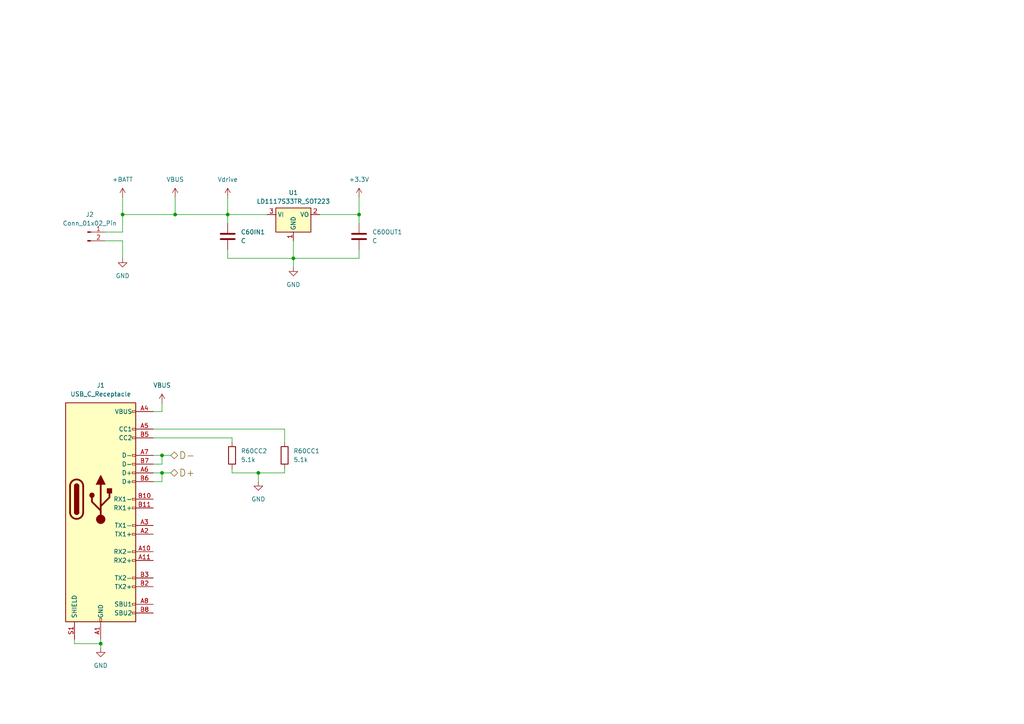
<source format=kicad_sch>
(kicad_sch (version 20230121) (generator eeschema)
  (paper "A4")
  (lib_symbols
    (symbol "Connector:Conn_01x02_Pin" (pin_names (offset 1.016) hide)
      (property "Reference" "J" (at 0 2.54 0))
      (property "Value" "Conn_01x02_Pin" (at 0 -5.08 0))
      (symbol "Conn_01x02_Pin_1_1"
        (polyline (pts (xy 1.27 -2.54) (xy 0.8636 -2.54)) (stroke (width 0.1524)))
        (polyline (pts (xy 1.27 0) (xy 0.8636 0)) (stroke (width 0.1524)))
        (rectangle (start 0.8636 -2.413) (end 0 -2.667) (stroke (width 0.1524)) (fill (type outline)))
        (rectangle (start 0.8636 0.127) (end 0 -0.127) (stroke (width 0.1524)) (fill (type outline)))
        (pin passive line (at 5.08 0 180) (length 3.81) (name "Pin_1") (number "1"))
        (pin passive line (at 5.08 -2.54 180) (length 3.81) (name "Pin_2") (number "2"))
      )
    )
    (symbol "Connector:USB_C_Receptacle" (pin_names (offset 1.016))
      (property "Reference" "J" (at -10.16 29.21 0))
      (property "Value" "USB_C_Receptacle" (at 10.16 29.21 0))
      (symbol "USB_C_Receptacle_0_0"
        (rectangle (start -0.254 -35.56) (end 0.254 -34.544))
        (rectangle (start 10.16 -32.766) (end 9.144 -33.274))
        (rectangle (start 10.16 -30.226) (end 9.144 -30.734))
        (rectangle (start 10.16 -25.146) (end 9.144 -25.654))
        (rectangle (start 10.16 -22.606) (end 9.144 -23.114))
        (rectangle (start 10.16 -17.526) (end 9.144 -18.034))
        (rectangle (start 10.16 -14.986) (end 9.144 -15.494))
        (rectangle (start 10.16 -9.906) (end 9.144 -10.414))
        (rectangle (start 10.16 -7.366) (end 9.144 -7.874))
        (rectangle (start 10.16 -2.286) (end 9.144 -2.794))
        (rectangle (start 10.16 0.254) (end 9.144 -0.254))
        (rectangle (start 10.16 5.334) (end 9.144 4.826))
        (rectangle (start 10.16 7.874) (end 9.144 7.366))
        (rectangle (start 10.16 10.414) (end 9.144 9.906))
        (rectangle (start 10.16 12.954) (end 9.144 12.446))
        (rectangle (start 10.16 18.034) (end 9.144 17.526))
        (rectangle (start 10.16 20.574) (end 9.144 20.066))
        (rectangle (start 10.16 25.654) (end 9.144 25.146))
      )
      (symbol "USB_C_Receptacle_0_1"
        (rectangle (start -10.16 27.94) (end 10.16 -35.56) (stroke (width 0.254)) (fill (type background)))
        (arc (start -8.89 -3.81) (mid -6.985 -5.7067) (end -5.08 -3.81) (stroke (width 0.508)))
        (arc (start -7.62 -3.81) (mid -6.985 -4.4423) (end -6.35 -3.81) (stroke (width 0.254)))
        (arc (start -7.62 -3.81) (mid -6.985 -4.4423) (end -6.35 -3.81) (stroke (width 0.254)) (fill (type outline)))
        (rectangle (start -7.62 -3.81) (end -6.35 3.81) (stroke (width 0.254)) (fill (type outline)))
        (arc (start -6.35 3.81) (mid -6.985 4.4423) (end -7.62 3.81) (stroke (width 0.254)))
        (arc (start -6.35 3.81) (mid -6.985 4.4423) (end -7.62 3.81) (stroke (width 0.254)) (fill (type outline)))
        (arc (start -5.08 3.81) (mid -6.985 5.7067) (end -8.89 3.81) (stroke (width 0.508)))
        (polyline (pts (xy -8.89 -3.81) (xy -8.89 3.81)) (stroke (width 0.508)))
        (polyline (pts (xy -5.08 3.81) (xy -5.08 -3.81)) (stroke (width 0.508)))
      )
      (symbol "USB_C_Receptacle_1_1"
        (circle (center -2.54 1.143) (radius 0.635) (stroke (width 0.254)) (fill (type outline)))
        (circle (center 0 -5.842) (radius 1.27) (fill (type outline)))
        (polyline (pts (xy 0 -5.842) (xy 0 4.318)) (stroke (width 0.508)))
        (polyline (pts (xy 0 -3.302) (xy -2.54 -0.762) (xy -2.54 0.508)) (stroke (width 0.508)))
        (polyline (pts (xy 0 -2.032) (xy 2.54 0.508) (xy 2.54 1.778)) (stroke (width 0.508)))
        (polyline (pts (xy -1.27 4.318) (xy 0 6.858) (xy 1.27 4.318) (xy -1.27 4.318)) (stroke (width 0.254)) (fill (type outline)))
        (rectangle (start 1.905 1.778) (end 3.175 3.048) (stroke (width 0.254)) (fill (type outline)))
        (pin passive line (at 0 -40.64 90) (length 5.08) (name "GND") (number "A1"))
        (pin bidirectional line (at 15.24 -15.24 180) (length 5.08) (name "RX2-") (number "A10"))
        (pin bidirectional line (at 15.24 -17.78 180) (length 5.08) (name "RX2+") (number "A11"))
        (pin passive line (at 0 -40.64 90) (length 5.08) hide (name "GND") (number "A12"))
        (pin bidirectional line (at 15.24 -10.16 180) (length 5.08) (name "TX1+") (number "A2"))
        (pin bidirectional line (at 15.24 -7.62 180) (length 5.08) (name "TX1-") (number "A3"))
        (pin passive line (at 15.24 25.4 180) (length 5.08) (name "VBUS") (number "A4"))
        (pin bidirectional line (at 15.24 20.32 180) (length 5.08) (name "CC1") (number "A5"))
        (pin bidirectional line (at 15.24 7.62 180) (length 5.08) (name "D+") (number "A6"))
        (pin bidirectional line (at 15.24 12.7 180) (length 5.08) (name "D-") (number "A7"))
        (pin bidirectional line (at 15.24 -30.48 180) (length 5.08) (name "SBU1") (number "A8"))
        (pin passive line (at 15.24 25.4 180) (length 5.08) hide (name "VBUS") (number "A9"))
        (pin passive line (at 0 -40.64 90) (length 5.08) hide (name "GND") (number "B1"))
        (pin bidirectional line (at 15.24 0 180) (length 5.08) (name "RX1-") (number "B10"))
        (pin bidirectional line (at 15.24 -2.54 180) (length 5.08) (name "RX1+") (number "B11"))
        (pin passive line (at 0 -40.64 90) (length 5.08) hide (name "GND") (number "B12"))
        (pin bidirectional line (at 15.24 -25.4 180) (length 5.08) (name "TX2+") (number "B2"))
        (pin bidirectional line (at 15.24 -22.86 180) (length 5.08) (name "TX2-") (number "B3"))
        (pin passive line (at 15.24 25.4 180) (length 5.08) hide (name "VBUS") (number "B4"))
        (pin bidirectional line (at 15.24 17.78 180) (length 5.08) (name "CC2") (number "B5"))
        (pin bidirectional line (at 15.24 5.08 180) (length 5.08) (name "D+") (number "B6"))
        (pin bidirectional line (at 15.24 10.16 180) (length 5.08) (name "D-") (number "B7"))
        (pin bidirectional line (at 15.24 -33.02 180) (length 5.08) (name "SBU2") (number "B8"))
        (pin passive line (at 15.24 25.4 180) (length 5.08) hide (name "VBUS") (number "B9"))
        (pin passive line (at -7.62 -40.64 90) (length 5.08) (name "SHIELD") (number "S1"))
      )
    )
    (symbol "Device:C" (pin_numbers hide) (pin_names (offset 0.254))
      (property "Reference" "C" (at 0.635 2.54 0))
      (property "Value" "C" (at 0.635 -2.54 0))
      (symbol "C_0_1"
        (polyline (pts (xy -2.032 -0.762) (xy 2.032 -0.762)) (stroke (width 0.508)))
        (polyline (pts (xy -2.032 0.762) (xy 2.032 0.762)) (stroke (width 0.508)))
      )
      (symbol "C_1_1"
        (pin passive line (at 0 3.81 270) (length 2.794) (name "~") (number "1"))
        (pin passive line (at 0 -3.81 90) (length 2.794) (name "~") (number "2"))
      )
    )
    (symbol "Device:R" (pin_numbers hide) (pin_names (offset 0))
      (property "Reference" "R" (at 2.032 0 90))
      (property "Value" "R" (at 0 0 90))
      (symbol "R_0_1"
        (rectangle (start -1.016 -2.54) (end 1.016 2.54) (stroke (width 0.254)))
      )
      (symbol "R_1_1"
        (pin passive line (at 0 3.81 270) (length 1.27) (name "~") (number "1"))
        (pin passive line (at 0 -3.81 90) (length 1.27) (name "~") (number "2"))
      )
    )
    (symbol "Regulator_Linear:LD1117S33TR_SOT223"
      (property "Reference" "U" (at -3.81 3.175 0))
      (property "Value" "LD1117S33TR_SOT223" (at 0 3.175 0))
      (symbol "LD1117S33TR_SOT223_0_1"
        (rectangle (start -5.08 -5.08) (end 5.08 1.905) (stroke (width 0.254)) (fill (type background)))
      )
      (symbol "LD1117S33TR_SOT223_1_1"
        (pin power_in line (at 0 -7.62 90) (length 2.54) (name "GND") (number "1"))
        (pin power_out line (at 7.62 0 180) (length 2.54) (name "VO") (number "2"))
        (pin power_in line (at -7.62 0 0) (length 2.54) (name "VI") (number "3"))
      )
    )
    (symbol "power:+3.3V" (power) (pin_names (offset 0))
      (property "Value" "+3.3V" (at 0 3.556 0))
      (symbol "+3.3V_0_1"
        (polyline (pts (xy -0.762 1.27) (xy 0 2.54)))
        (polyline (pts (xy 0 0) (xy 0 2.54)))
        (polyline (pts (xy 0 2.54) (xy 0.762 1.27)))
      )
      (symbol "+3.3V_1_1"
        (pin power_in line (at 0 0 90) (length 0) hide (name "+3.3V") (number "1"))
      )
    )
    (symbol "power:+BATT" (power) (pin_names (offset 0))
      (property "Value" "+BATT" (at 0 3.556 0))
      (symbol "+BATT_0_1"
        (polyline (pts (xy -0.762 1.27) (xy 0 2.54)))
        (polyline (pts (xy 0 0) (xy 0 2.54)))
        (polyline (pts (xy 0 2.54) (xy 0.762 1.27)))
      )
      (symbol "+BATT_1_1"
        (pin power_in line (at 0 0 90) (length 0) hide (name "+BATT") (number "1"))
      )
    )
    (symbol "power:GND" (power) (pin_names (offset 0))
      (property "Value" "GND" (at 0 -3.81 0))
      (symbol "GND_0_1"
        (polyline (pts (xy 0 0) (xy 0 -1.27) (xy 1.27 -1.27) (xy 0 -2.54) (xy -1.27 -1.27) (xy 0 -1.27)))
      )
      (symbol "GND_1_1"
        (pin power_in line (at 0 0 270) (length 0) hide (name "GND") (number "1"))
      )
    )
    (symbol "power:VBUS" (power) (pin_names (offset 0))
      (property "Value" "VBUS" (at 0 3.81 0))
      (symbol "VBUS_0_1"
        (polyline (pts (xy -0.762 1.27) (xy 0 2.54)))
        (polyline (pts (xy 0 0) (xy 0 2.54)))
        (polyline (pts (xy 0 2.54) (xy 0.762 1.27)))
      )
      (symbol "VBUS_1_1"
        (pin power_in line (at 0 0 90) (length 0) hide (name "VBUS") (number "1"))
      )
    )
    (symbol "power:Vdrive" (power) (pin_names (offset 0))
      (property "Value" "Vdrive" (at 0 3.81 0))
      (symbol "Vdrive_0_1"
        (polyline (pts (xy -0.762 1.27) (xy 0 2.54)))
        (polyline (pts (xy 0 0) (xy 0 2.54)))
        (polyline (pts (xy 0 2.54) (xy 0.762 1.27)))
      )
      (symbol "Vdrive_1_1"
        (pin power_in line (at 0 0 90) (length 0) hide (name "Vdrive") (number "1"))
      )
    )
  )
  (junction (at 104.14 62.23))
  (junction (at 74.93 137.16))
  (junction (at 85.09 74.93))
  (junction (at 66.04 62.23))
  (junction (at 29.21 186.69))
  (junction (at 46.99 132.08))
  (junction (at 46.99 137.16))
  (junction (at 50.8 62.23))
  (junction (at 35.56 62.23))
  (wire (pts (xy 66.04 72.39) (xy 66.04 74.93)))
  (wire (pts (xy 74.93 137.16) (xy 74.93 139.7)))
  (wire (pts (xy 44.45 139.7) (xy 46.99 139.7)))
  (wire (pts (xy 104.14 62.23) (xy 104.14 57.15)))
  (wire (pts (xy 67.31 127) (xy 44.45 127)))
  (wire (pts (xy 46.99 119.38) (xy 46.99 116.84)))
  (wire (pts (xy 67.31 135.89) (xy 67.31 137.16)))
  (wire (pts (xy 82.55 135.89) (xy 82.55 137.16)))
  (wire (pts (xy 30.48 69.85) (xy 35.56 69.85)))
  (wire (pts (xy 74.93 137.16) (xy 82.55 137.16)))
  (wire (pts (xy 82.55 124.46) (xy 82.55 128.27)))
  (wire (pts (xy 44.45 119.38) (xy 46.99 119.38)))
  (wire (pts (xy 67.31 137.16) (xy 74.93 137.16)))
  (wire (pts (xy 30.48 67.31) (xy 35.56 67.31)))
  (wire (pts (xy 46.99 132.08) (xy 46.99 134.62)))
  (wire (pts (xy 66.04 62.23) (xy 77.47 62.23)))
  (wire (pts (xy 66.04 62.23) (xy 66.04 64.77)))
  (wire (pts (xy 35.56 62.23) (xy 35.56 57.15)))
  (wire (pts (xy 104.14 62.23) (xy 104.14 64.77)))
  (wire (pts (xy 104.14 74.93) (xy 85.09 74.93)))
  (wire (pts (xy 50.8 57.15) (xy 50.8 62.23)))
  (wire (pts (xy 35.56 62.23) (xy 50.8 62.23)))
  (wire (pts (xy 104.14 72.39) (xy 104.14 74.93)))
  (wire (pts (xy 44.45 124.46) (xy 82.55 124.46)))
  (wire (pts (xy 44.45 132.08) (xy 46.99 132.08)))
  (wire (pts (xy 29.21 185.42) (xy 29.21 186.69)))
  (wire (pts (xy 85.09 74.93) (xy 85.09 77.47)))
  (wire (pts (xy 50.8 62.23) (xy 66.04 62.23)))
  (wire (pts (xy 35.56 74.93) (xy 35.56 69.85)))
  (wire (pts (xy 46.99 139.7) (xy 46.99 137.16)))
  (wire (pts (xy 85.09 69.85) (xy 85.09 74.93)))
  (wire (pts (xy 29.21 186.69) (xy 29.21 187.96)))
  (wire (pts (xy 21.59 186.69) (xy 29.21 186.69)))
  (wire (pts (xy 46.99 137.16) (xy 49.53 137.16)))
  (wire (pts (xy 44.45 134.62) (xy 46.99 134.62)))
  (wire (pts (xy 46.99 137.16) (xy 44.45 137.16)))
  (wire (pts (xy 66.04 57.15) (xy 66.04 62.23)))
  (wire (pts (xy 46.99 132.08) (xy 49.53 132.08)))
  (wire (pts (xy 35.56 67.31) (xy 35.56 62.23)))
  (wire (pts (xy 67.31 128.27) (xy 67.31 127)))
  (wire (pts (xy 21.59 185.42) (xy 21.59 186.69)))
  (wire (pts (xy 66.04 74.93) (xy 85.09 74.93)))
  (wire (pts (xy 92.71 62.23) (xy 104.14 62.23)))
  (hierarchical_label "D-" (shape bidirectional) (at 49.53 132.08 0) (effects (font (size 2.032 2.032))))
  (hierarchical_label "D+" (shape bidirectional) (at 49.53 137.16 0) (effects (font (size 2.032 2.032))))
  (symbol (lib_id "power:GND") (at 29.21 187.96 0) (unit 1)
    (property "Reference" "#PWR019" (effects hide))
    (property "Value" "GND" (at 29.21 193.04 0))
  )
  (symbol (lib_id "Device:C") (at 104.14 68.58 0) (unit 1)
    (property "Reference" "C60OUT1" (at 107.95 67.31 0) (effects (justify left)))
    (property "Value" "C" (at 107.95 69.85 0) (effects (justify left)))
    (property "Footprint" "Capacitor_SMD:C_0603_1608Metric" (effects hide))
  )
  (symbol (lib_id "Device:R") (at 67.31 132.08 0) (unit 1)
    (property "Reference" "R60CC2" (at 69.85 130.81 0) (effects (justify left)))
    (property "Value" "5.1k" (at 69.85 133.35 0) (effects (justify left)))
    (property "Footprint" "Resistor_SMD:R_0603_1608Metric" (effects hide))
  )
  (symbol (lib_id "power:GND") (at 35.56 74.93 0) (mirror y) (unit 1)
    (property "Reference" "#PWR06" (effects hide))
    (property "Value" "GND" (at 35.56 80.01 0))
  )
  (symbol (lib_id "power:+BATT") (at 35.56 57.15 0) (unit 1)
    (property "Reference" "#PWR04" (effects hide))
    (property "Value" "+BATT" (at 35.56 52.07 0))
  )
  (symbol (lib_id "Device:R") (at 82.55 132.08 0) (unit 1)
    (property "Reference" "R60CC1" (at 85.09 130.81 0) (effects (justify left)))
    (property "Value" "5.1k" (at 85.09 133.35 0) (effects (justify left)))
    (property "Footprint" "Resistor_SMD:R_0603_1608Metric" (effects hide))
  )
  (symbol (lib_id "Device:C") (at 66.04 68.58 0) (unit 1)
    (property "Reference" "C60IN1" (at 69.85 67.31 0) (effects (justify left)))
    (property "Value" "C" (at 69.85 69.85 0) (effects (justify left)))
    (property "Footprint" "Capacitor_SMD:C_0603_1608Metric" (effects hide))
  )
  (symbol (lib_id "Regulator_Linear:LD1117S33TR_SOT223") (at 85.09 62.23 0) (unit 1)
    (property "Reference" "U1" (at 85.09 55.88 0))
    (property "Value" "LD1117S33TR_SOT223" (at 85.09 58.42 0))
    (property "Footprint" "Package_TO_SOT_SMD:SOT-223-3_TabPin2" (effects hide))
    (property "Datasheet" "http://www.st.com/st-web-ui/static/active/en/resource/technical/document/datasheet/CD00000544.pdf" (effects hide))
  )
  (symbol (lib_id "power:+3.3V") (at 104.14 57.15 0) (unit 1)
    (property "Reference" "#PWR021" (effects hide))
    (property "Value" "+3.3V" (at 104.14 52.07 0))
  )
  (symbol (lib_id "power:VBUS") (at 50.8 57.15 0) (unit 1)
    (property "Reference" "#PWR07" (effects hide))
    (property "Value" "VBUS" (at 50.8 52.07 0))
  )
  (symbol (lib_id "power:VBUS") (at 46.99 116.84 0) (unit 1)
    (property "Reference" "#PWR018" (effects hide))
    (property "Value" "VBUS" (at 46.99 111.76 0))
  )
  (symbol (lib_id "power:GND") (at 74.93 139.7 0) (unit 1)
    (property "Reference" "#PWR089" (effects hide))
    (property "Value" "GND" (at 74.93 144.78 0))
  )
  (symbol (lib_id "Connector:USB_C_Receptacle") (at 29.21 144.78 0) (unit 1)
    (property "Reference" "J1" (at 29.21 111.76 0))
    (property "Value" "USB_C_Receptacle" (at 29.21 114.3 0))
    (property "Footprint" "Connector_USB:USB_C_Receptacle_GCT_USB4105-xx-A_16P_TopMnt_Horizontal" (effects hide))
    (property "Datasheet" "https://www.usb.org/sites/default/files/documents/usb_type-c.zip" (effects hide))
  )
  (symbol (lib_id "Connector:Conn_01x02_Pin") (at 25.4 67.31 0) (unit 1)
    (property "Reference" "J2" (at 26.035 62.23 0))
    (property "Value" "Conn_01x02_Pin" (at 26.035 64.77 0))
    (property "Footprint" "Connector_PinHeader_2.00mm:PinHeader_1x02_P2.00mm_Vertical" (effects hide))
  )
  (symbol (lib_id "power:Vdrive") (at 66.04 57.15 0) (unit 1)
    (property "Reference" "#PWR081" (effects hide))
    (property "Value" "Vdrive" (at 66.04 52.07 0))
    (instances (project "MARV_V0" (path "" (reference "#PWR081") (unit 1)) (path "" (reference "#PWR030") (unit 1))))
  )
  (symbol (lib_id "power:GND") (at 85.09 77.47 0) (mirror y) (unit 1)
    (property "Reference" "#PWR05" (effects hide))
    (property "Value" "GND" (at 85.09 82.55 0))
  )
)
</source>
